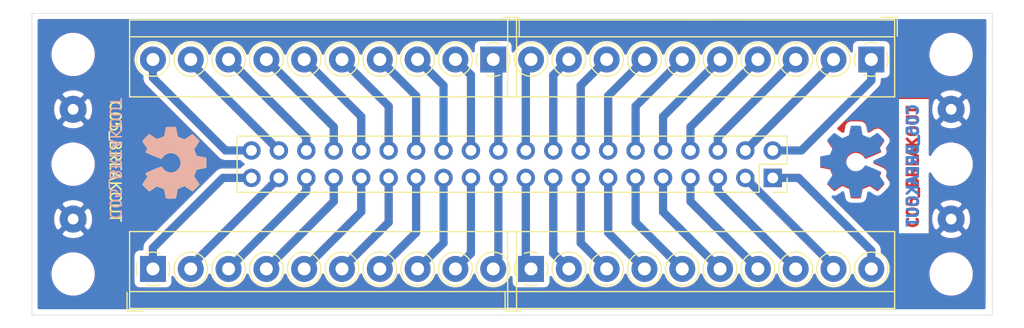
<source format=kicad_pcb>
(kicad_pcb (version 20171130) (host pcbnew 5.1.5-52549c5~86~ubuntu18.04.1)
  (title_block (title "C05 Backplate") (company Galopago))
  (layers (0 F.Cu signal) (31 B.Cu signal) (34 B.Paste user) (35 F.Paste user) (36 B.SilkS user) (37 F.SilkS user) (38 B.Mask user) (39 F.Mask user) (44 Edge.Cuts user))
  (net 0 "")
  (net 1 "Net-(J0-Pad1)")
  (net 2 "Net-(J4-Pad10)")
  (net 3 "Net-(J4-Pad9)")
  (net 4 "Net-(J4-Pad8)")
  (net 5 "Net-(J4-Pad7)")
  (net 6 "Net-(J4-Pad6)")
  (net 7 "Net-(J4-Pad5)")
  (net 8 "Net-(J4-Pad4)")
  (net 9 "Net-(J4-Pad3)")
  (net 10 "Net-(J4-Pad2)")
  (net 11 "Net-(J4-Pad1)")
  (net 12 "Net-(J5-Pad40)")
  (net 13 "Net-(J5-Pad39)")
  (net 14 "Net-(J5-Pad38)")
  (net 15 "Net-(J5-Pad37)")
  (net 16 "Net-(J5-Pad36)")
  (net 17 "Net-(J5-Pad35)")
  (net 18 "Net-(J5-Pad34)")
  (net 19 "Net-(J5-Pad33)")
  (net 20 "Net-(J5-Pad32)")
  (net 21 "Net-(J5-Pad31)")
  (net 22 "Net-(J5-Pad30)")
  (net 23 "Net-(J5-Pad29)")
  (net 24 "Net-(J5-Pad28)")
  (net 25 "Net-(J5-Pad27)")
  (net 26 "Net-(J5-Pad26)")
  (net 27 "Net-(J5-Pad25)")
  (net 28 "Net-(J5-Pad24)")
  (net 29 "Net-(J5-Pad23)")
  (net 30 "Net-(J5-Pad22)")
  (net 31 "Net-(J5-Pad21)")
  (net 32 "Net-(J5-Pad20)")
  (net 33 "Net-(J5-Pad18)")
  (net 34 "Net-(J5-Pad16)")
  (net 35 "Net-(J5-Pad14)")
  (net 36 "Net-(J5-Pad12)")
  (net 37 "Net-(J5-Pad10)")
  (net 38 "Net-(J5-Pad8)")
  (net 39 "Net-(J5-Pad6)")
  (net 40 "Net-(J5-Pad4)")
  (net 41 "Net-(J5-Pad2)")
  (module Symbol:OSHW-Symbol_6.7x6mm_Copper (layer B.Cu) (at 95.9612 33.7058 270)
    (fp_text reference REF** hide)
    (fp_text value OSHW-Symbol_6.7x6mm_Copper hide)
    (fp_poly (pts (xy 0.555814 2.531069) (xy 0.639635 2.086445) (xy 0.94892 1.958947) (xy 1.258206 1.831449) (xy 1.629246 2.083754) (xy 1.733157 2.154004) (xy 1.827087 2.216728) (xy 1.906652 2.269062) (xy 1.96747 2.308143) (xy 2.005157 2.331107) (xy 2.015421 2.336058) (xy 2.03391 2.323324) (xy 2.07342 2.288118) (xy 2.129522 2.234938) (xy 2.197787 2.168282) (xy 2.273786 2.092646) (xy 2.353092 2.012528) (xy 2.431275 1.932426) (xy 2.503907 1.856836) (xy 2.566559 1.790255) (xy 2.614803 1.737182) (xy 2.64421 1.702113) (xy 2.651241 1.690377) (xy 2.641123 1.66874) (xy 2.612759 1.621338) (xy 2.569129 1.552807) (xy 2.513218 1.467785) (xy 2.448006 1.370907) (xy 2.410219 1.31565) (xy 2.341343 1.214752) (xy 2.28014 1.123701) (xy 2.229578 1.04703) (xy 2.192628 0.989272) (xy 2.172258 0.954957) (xy 2.169197 0.947746) (xy 2.176136 0.927252) (xy 2.195051 0.879487) (xy 2.223087 0.811168) (xy 2.257391 0.729011) (xy 2.295109 0.63973) (xy 2.333387 0.550042) (xy 2.36937 0.466662) (xy 2.400206 0.396306) (xy 2.423039 0.34569) (xy 2.435017 0.321529) (xy 2.435724 0.320578) (xy 2.454531 0.315964) (xy 2.504618 0.305672) (xy 2.580793 0.290713) (xy 2.677865 0.272099) (xy 2.790643 0.250841) (xy 2.856442 0.238582) (xy 2.97695 0.215638) (xy 3.085797 0.193805) (xy 3.177476 0.174278) (xy 3.246481 0.158252) (xy 3.287304 0.146921) (xy 3.295511 0.143326) (xy 3.303548 0.118994) (xy 3.310033 0.064041) (xy 3.31497 -0.015108) (xy 3.318364 -0.112026) (xy 3.320218 -0.220287) (xy 3.320538 -0.333465) (xy 3.319327 -0.445135) (xy 3.31659 -0.548868) (xy 3.312331 -0.638241) (xy 3.306555 -0.706826) (xy 3.299267 -0.748197) (xy 3.294895 -0.75681) (xy 3.268764 -0.767133) (xy 3.213393 -0.781892) (xy 3.136107 -0.799352) (xy 3.04423 -0.81778) (xy 3.012158 -0.823741) (xy 2.857524 -0.852066) (xy 2.735375 -0.874876) (xy 2.641673 -0.89308) (xy 2.572384 -0.907583) (xy 2.523471 -0.919292) (xy 2.490897 -0.929115) (xy 2.470628 -0.937956) (xy 2.458626 -0.946724) (xy 2.456947 -0.948457) (xy 2.440184 -0.976371) (xy 2.414614 -1.030695) (xy 2.382788 -1.104777) (xy 2.34726 -1.191965) (xy 2.310583 -1.285608) (xy 2.275311 -1.379052) (xy 2.243996 -1.465647) (xy 2.219193 -1.53874) (xy 2.203454 -1.591678) (xy 2.199332 -1.617811) (xy 2.199676 -1.618726) (xy 2.213641 -1.640086) (xy 2.245322 -1.687084) (xy 2.291391 -1.754827) (xy 2.348518 -1.838423) (xy 2.413373 -1.932982) (xy 2.431843 -1.959854) (xy 2.497699 -2.057275) (xy 2.55565 -2.146163) (xy 2.602538 -2.221412) (xy 2.635207 -2.27792) (xy 2.6505 -2.310581) (xy 2.651241 -2.314593) (xy 2.638392 -2.335684) (xy 2.602888 -2.377464) (xy 2.549293 -2.435445) (xy 2.482171 -2.505135) (xy 2.406087 -2.582045) (xy 2.325604 -2.661683) (xy 2.245287 -2.739561) (xy 2.169699 -2.811186) (xy 2.103405 -2.87207) (xy 2.050969 -2.917721) (xy 2.016955 -2.94365) (xy 2.007545 -2.947883) (xy 1.985643 -2.937912) (xy 1.9408 -2.91102) (xy 1.880321 -2.871736) (xy 1.833789 -2.840117) (xy 1.749475 -2.782098) (xy 1.649626 -2.713784) (xy 1.549473 -2.645579) (xy 1.495627 -2.609075) (xy 1.313371 -2.4858) (xy 1.160381 -2.56852) (xy 1.090682 -2.604759) (xy 1.031414 -2.632926) (xy 0.991311 -2.648991) (xy 0.981103 -2.651226) (xy 0.968829 -2.634722) (xy 0.944613 -2.588082) (xy 0.910263 -2.515609) (xy 0.867588 -2.421606) (xy 0.818394 -2.310374) (xy 0.76449 -2.186215) (xy 0.707684 -2.053432) (xy 0.649782 -1.916327) (xy 0.592593 -1.779202) (xy 0.537924 -1.646358) (xy 0.487584 -1.522098) (xy 0.44338 -1.410725) (xy 0.407119 -1.316539) (xy 0.380609 -1.243844) (xy 0.365658 -1.196941) (xy 0.363254 -1.180833) (xy 0.382311 -1.160286) (xy 0.424036 -1.126933) (xy 0.479706 -1.087702) (xy 0.484378 -1.084599) (xy 0.628264 -0.969423) (xy 0.744283 -0.835053) (xy 0.83143 -0.685784) (xy 0.888699 -0.525913) (xy 0.915086 -0.359737) (xy 0.909585 -0.191552) (xy 0.87119 -0.025655) (xy 0.798895 0.133658) (xy 0.777626 0.168513) (xy 0.666996 0.309263) (xy 0.536302 0.422286) (xy 0.390064 0.506997) (xy 0.232808 0.562806) (xy 0.069057 0.589126) (xy -0.096667 0.58537) (xy -0.259838 0.55095) (xy -0.415935 0.485277) (xy -0.560433 0.387765) (xy -0.605131 0.348187) (xy -0.718888 0.224297) (xy -0.801782 0.093876) (xy -0.858644 -0.052315) (xy -0.890313 -0.197088) (xy -0.898131 -0.35986) (xy -0.872062 -0.52344) (xy -0.814755 -0.682298) (xy -0.728856 -0.830906) (xy -0.617014 -0.963735) (xy -0.481877 -1.075256) (xy -0.464117 -1.087011) (xy -0.40785 -1.125508) (xy -0.365077 -1.158863) (xy -0.344628 -1.18016) (xy -0.344331 -1.180833) (xy -0.348721 -1.203871) (xy -0.366124 -1.256157) (xy -0.394732 -1.33339) (xy -0.432735 -1.431268) (xy -0.478326 -1.545491) (xy -0.529697 -1.671758) (xy -0.585038 -1.805767) (xy -0.642542 -1.943218) (xy -0.700399 -2.079808) (xy -0.756802 -2.211237) (xy -0.809942 -2.333205) (xy -0.85801 -2.441409) (xy -0.899199 -2.531549) (xy -0.931699 -2.599323) (xy -0.953703 -2.64043) (xy -0.962564 -2.651226) (xy -0.98964 -2.642819) (xy -1.040303 -2.620272) (xy -1.105817 -2.587613) (xy -1.141841 -2.56852) (xy -1.294832 -2.4858) (xy -1.477088 -2.609075) (xy -1.570125 -2.672228) (xy -1.671985 -2.741727) (xy -1.767438 -2.807165) (xy -1.81525 -2.840117) (xy -1.882495 -2.885273) (xy -1.939436 -2.921057) (xy -1.978646 -2.942938) (xy -1.991381 -2.947563) (xy -2.009917 -2.935085) (xy -2.050941 -2.900252) (xy -2.110475 -2.846678) (xy -2.184542 -2.777983) (xy -2.269165 -2.697781) (xy -2.322685 -2.646286) (xy -2.416319 -2.554286) (xy -2.497241 -2.471999) (xy -2.562177 -2.402945) (xy -2.607858 -2.350644) (xy -2.631011 -2.318616) (xy -2.633232 -2.312116) (xy -2.622924 -2.287394) (xy -2.594439 -2.237405) (xy -2.550937 -2.167212) (xy -2.495577 -2.081875) (xy -2.43152 -1.986456) (xy -2.413303 -1.959854) (xy -2.346927 -1.863167) (xy -2.287378 -1.776117) (xy -2.237984 -1.703595) (xy -2.202075 -1.650493) (xy -2.182981 -1.621703) (xy -2.181136 -1.618726) (xy -2.183895 -1.595782) (xy -2.198538 -1.545336) (xy -2.222513 -1.474041) (xy -2.253266 -1.388547) (xy -2.288244 -1.295507) (xy -2.324893 -1.201574) (xy -2.360661 -1.113399) (xy -2.392994 -1.037634) (xy -2.419338 -0.980931) (xy -2.437142 -0.949943) (xy -2.438407 -0.948457) (xy -2.449294 -0.939601) (xy -2.467682 -0.930843) (xy -2.497606 -0.921277) (xy -2.543103 -0.909996) (xy -2.608209 -0.896093) (xy -2.696961 -0.878663) (xy -2.813393 -0.856798) (xy -2.961542 -0.829591) (xy -2.993618 -0.823741) (xy -3.088686 -0.805374) (xy -3.171565 -0.787405) (xy -3.23493 -0.771569) (xy -3.271458 -0.7596) (xy -3.276356 -0.75681) (xy -3.284427 -0.732072) (xy -3.290987 -0.67679) (xy -3.296033 -0.597389) (xy -3.299559 -0.500296) (xy -3.301561 -0.391938) (xy -3.302036 -0.27874) (xy -3.300977 -0.167128) (xy -3.298382 -0.063529) (xy -3.294246 0.025632) (xy -3.288563 0.093928) (xy -3.281331 0.134934) (xy -3.276971 0.143326) (xy -3.252698 0.151792) (xy -3.197426 0.165565) (xy -3.116662 0.18345) (xy -3.015912 0.204252) (xy -2.900683 0.226777) (xy -2.837902 0.238582) (xy -2.718787 0.260849) (xy -2.612565 0.281021) (xy -2.524427 0.298085) (xy -2.459566 0.311031) (xy -2.423174 0.318845) (xy -2.417184 0.320578) (xy -2.407061 0.34011) (xy -2.385662 0.387157) (xy -2.355839 0.454997) (xy -2.320445 0.536909) (xy -2.282332 0.626172) (xy -2.244353 0.716065) (xy -2.20936 0.799865) (xy -2.180206 0.870853) (xy -2.159743 0.922306) (xy -2.150823 0.947503) (xy -2.150657 0.948604) (xy -2.160769 0.968481) (xy -2.189117 1.014223) (xy -2.232723 1.081283) (xy -2.288606 1.165116) (xy -2.353787 1.261174) (xy -2.391679 1.31635) (xy -2.460725 1.417519) (xy -2.52205 1.50937) (xy -2.572663 1.587256) (xy -2.609571 1.646531) (xy -2.629782 1.682549) (xy -2.632701 1.690623) (xy -2.620153 1.709416) (xy -2.585463 1.749543) (xy -2.533063 1.806507) (xy -2.467384 1.875815) (xy -2.392856 1.952969) (xy -2.313913 2.033475) (xy -2.234983 2.112837) (xy -2.1605 2.18656) (xy -2.094894 2.250148) (xy -2.042596 2.299106) (xy -2.008039 2.328939) (xy -1.996478 2.336058) (xy -1.977654 2.326047) (xy -1.932631 2.297922) (xy -1.865787 2.254546) (xy -1.781499 2.198782) (xy -1.684144 2.133494) (xy -1.610707 2.083754) (xy -1.239667 1.831449) (xy -0.621095 2.086445) (xy -0.537275 2.531069) (xy -0.453454 2.975693) (xy 0.471994 2.975693) (xy 0.555814 2.531069)) (layer B.Cu) (width 0.01))
  )
  (module Symbol:OSHW-Symbol_6.7x6mm_Copper (layer F.Cu) (at 95.9612 33.8328 90)
    (fp_text reference REF** hide)
    (fp_text value OSHW-Symbol_6.7x6mm_Copper hide)
    (fp_poly (pts (xy 0.555814 -2.531069) (xy 0.639635 -2.086445) (xy 0.94892 -1.958947) (xy 1.258206 -1.831449) (xy 1.629246 -2.083754) (xy 1.733157 -2.154004) (xy 1.827087 -2.216728) (xy 1.906652 -2.269062) (xy 1.96747 -2.308143) (xy 2.005157 -2.331107) (xy 2.015421 -2.336058) (xy 2.03391 -2.323324) (xy 2.07342 -2.288118) (xy 2.129522 -2.234938) (xy 2.197787 -2.168282) (xy 2.273786 -2.092646) (xy 2.353092 -2.012528) (xy 2.431275 -1.932426) (xy 2.503907 -1.856836) (xy 2.566559 -1.790255) (xy 2.614803 -1.737182) (xy 2.64421 -1.702113) (xy 2.651241 -1.690377) (xy 2.641123 -1.66874) (xy 2.612759 -1.621338) (xy 2.569129 -1.552807) (xy 2.513218 -1.467785) (xy 2.448006 -1.370907) (xy 2.410219 -1.31565) (xy 2.341343 -1.214752) (xy 2.28014 -1.123701) (xy 2.229578 -1.04703) (xy 2.192628 -0.989272) (xy 2.172258 -0.954957) (xy 2.169197 -0.947746) (xy 2.176136 -0.927252) (xy 2.195051 -0.879487) (xy 2.223087 -0.811168) (xy 2.257391 -0.729011) (xy 2.295109 -0.63973) (xy 2.333387 -0.550042) (xy 2.36937 -0.466662) (xy 2.400206 -0.396306) (xy 2.423039 -0.34569) (xy 2.435017 -0.321529) (xy 2.435724 -0.320578) (xy 2.454531 -0.315964) (xy 2.504618 -0.305672) (xy 2.580793 -0.290713) (xy 2.677865 -0.272099) (xy 2.790643 -0.250841) (xy 2.856442 -0.238582) (xy 2.97695 -0.215638) (xy 3.085797 -0.193805) (xy 3.177476 -0.174278) (xy 3.246481 -0.158252) (xy 3.287304 -0.146921) (xy 3.295511 -0.143326) (xy 3.303548 -0.118994) (xy 3.310033 -0.064041) (xy 3.31497 0.015108) (xy 3.318364 0.112026) (xy 3.320218 0.220287) (xy 3.320538 0.333465) (xy 3.319327 0.445135) (xy 3.31659 0.548868) (xy 3.312331 0.638241) (xy 3.306555 0.706826) (xy 3.299267 0.748197) (xy 3.294895 0.75681) (xy 3.268764 0.767133) (xy 3.213393 0.781892) (xy 3.136107 0.799352) (xy 3.04423 0.81778) (xy 3.012158 0.823741) (xy 2.857524 0.852066) (xy 2.735375 0.874876) (xy 2.641673 0.89308) (xy 2.572384 0.907583) (xy 2.523471 0.919292) (xy 2.490897 0.929115) (xy 2.470628 0.937956) (xy 2.458626 0.946724) (xy 2.456947 0.948457) (xy 2.440184 0.976371) (xy 2.414614 1.030695) (xy 2.382788 1.104777) (xy 2.34726 1.191965) (xy 2.310583 1.285608) (xy 2.275311 1.379052) (xy 2.243996 1.465647) (xy 2.219193 1.53874) (xy 2.203454 1.591678) (xy 2.199332 1.617811) (xy 2.199676 1.618726) (xy 2.213641 1.640086) (xy 2.245322 1.687084) (xy 2.291391 1.754827) (xy 2.348518 1.838423) (xy 2.413373 1.932982) (xy 2.431843 1.959854) (xy 2.497699 2.057275) (xy 2.55565 2.146163) (xy 2.602538 2.221412) (xy 2.635207 2.27792) (xy 2.6505 2.310581) (xy 2.651241 2.314593) (xy 2.638392 2.335684) (xy 2.602888 2.377464) (xy 2.549293 2.435445) (xy 2.482171 2.505135) (xy 2.406087 2.582045) (xy 2.325604 2.661683) (xy 2.245287 2.739561) (xy 2.169699 2.811186) (xy 2.103405 2.87207) (xy 2.050969 2.917721) (xy 2.016955 2.94365) (xy 2.007545 2.947883) (xy 1.985643 2.937912) (xy 1.9408 2.91102) (xy 1.880321 2.871736) (xy 1.833789 2.840117) (xy 1.749475 2.782098) (xy 1.649626 2.713784) (xy 1.549473 2.645579) (xy 1.495627 2.609075) (xy 1.313371 2.4858) (xy 1.160381 2.56852) (xy 1.090682 2.604759) (xy 1.031414 2.632926) (xy 0.991311 2.648991) (xy 0.981103 2.651226) (xy 0.968829 2.634722) (xy 0.944613 2.588082) (xy 0.910263 2.515609) (xy 0.867588 2.421606) (xy 0.818394 2.310374) (xy 0.76449 2.186215) (xy 0.707684 2.053432) (xy 0.649782 1.916327) (xy 0.592593 1.779202) (xy 0.537924 1.646358) (xy 0.487584 1.522098) (xy 0.44338 1.410725) (xy 0.407119 1.316539) (xy 0.380609 1.243844) (xy 0.365658 1.196941) (xy 0.363254 1.180833) (xy 0.382311 1.160286) (xy 0.424036 1.126933) (xy 0.479706 1.087702) (xy 0.484378 1.084599) (xy 0.628264 0.969423) (xy 0.744283 0.835053) (xy 0.83143 0.685784) (xy 0.888699 0.525913) (xy 0.915086 0.359737) (xy 0.909585 0.191552) (xy 0.87119 0.025655) (xy 0.798895 -0.133658) (xy 0.777626 -0.168513) (xy 0.666996 -0.309263) (xy 0.536302 -0.422286) (xy 0.390064 -0.506997) (xy 0.232808 -0.562806) (xy 0.069057 -0.589126) (xy -0.096667 -0.58537) (xy -0.259838 -0.55095) (xy -0.415935 -0.485277) (xy -0.560433 -0.387765) (xy -0.605131 -0.348187) (xy -0.718888 -0.224297) (xy -0.801782 -0.093876) (xy -0.858644 0.052315) (xy -0.890313 0.197088) (xy -0.898131 0.35986) (xy -0.872062 0.52344) (xy -0.814755 0.682298) (xy -0.728856 0.830906) (xy -0.617014 0.963735) (xy -0.481877 1.075256) (xy -0.464117 1.087011) (xy -0.40785 1.125508) (xy -0.365077 1.158863) (xy -0.344628 1.18016) (xy -0.344331 1.180833) (xy -0.348721 1.203871) (xy -0.366124 1.256157) (xy -0.394732 1.33339) (xy -0.432735 1.431268) (xy -0.478326 1.545491) (xy -0.529697 1.671758) (xy -0.585038 1.805767) (xy -0.642542 1.943218) (xy -0.700399 2.079808) (xy -0.756802 2.211237) (xy -0.809942 2.333205) (xy -0.85801 2.441409) (xy -0.899199 2.531549) (xy -0.931699 2.599323) (xy -0.953703 2.64043) (xy -0.962564 2.651226) (xy -0.98964 2.642819) (xy -1.040303 2.620272) (xy -1.105817 2.587613) (xy -1.141841 2.56852) (xy -1.294832 2.4858) (xy -1.477088 2.609075) (xy -1.570125 2.672228) (xy -1.671985 2.741727) (xy -1.767438 2.807165) (xy -1.81525 2.840117) (xy -1.882495 2.885273) (xy -1.939436 2.921057) (xy -1.978646 2.942938) (xy -1.991381 2.947563) (xy -2.009917 2.935085) (xy -2.050941 2.900252) (xy -2.110475 2.846678) (xy -2.184542 2.777983) (xy -2.269165 2.697781) (xy -2.322685 2.646286) (xy -2.416319 2.554286) (xy -2.497241 2.471999) (xy -2.562177 2.402945) (xy -2.607858 2.350644) (xy -2.631011 2.318616) (xy -2.633232 2.312116) (xy -2.622924 2.287394) (xy -2.594439 2.237405) (xy -2.550937 2.167212) (xy -2.495577 2.081875) (xy -2.43152 1.986456) (xy -2.413303 1.959854) (xy -2.346927 1.863167) (xy -2.287378 1.776117) (xy -2.237984 1.703595) (xy -2.202075 1.650493) (xy -2.182981 1.621703) (xy -2.181136 1.618726) (xy -2.183895 1.595782) (xy -2.198538 1.545336) (xy -2.222513 1.474041) (xy -2.253266 1.388547) (xy -2.288244 1.295507) (xy -2.324893 1.201574) (xy -2.360661 1.113399) (xy -2.392994 1.037634) (xy -2.419338 0.980931) (xy -2.437142 0.949943) (xy -2.438407 0.948457) (xy -2.449294 0.939601) (xy -2.467682 0.930843) (xy -2.497606 0.921277) (xy -2.543103 0.909996) (xy -2.608209 0.896093) (xy -2.696961 0.878663) (xy -2.813393 0.856798) (xy -2.961542 0.829591) (xy -2.993618 0.823741) (xy -3.088686 0.805374) (xy -3.171565 0.787405) (xy -3.23493 0.771569) (xy -3.271458 0.7596) (xy -3.276356 0.75681) (xy -3.284427 0.732072) (xy -3.290987 0.67679) (xy -3.296033 0.597389) (xy -3.299559 0.500296) (xy -3.301561 0.391938) (xy -3.302036 0.27874) (xy -3.300977 0.167128) (xy -3.298382 0.063529) (xy -3.294246 -0.025632) (xy -3.288563 -0.093928) (xy -3.281331 -0.134934) (xy -3.276971 -0.143326) (xy -3.252698 -0.151792) (xy -3.197426 -0.165565) (xy -3.116662 -0.18345) (xy -3.015912 -0.204252) (xy -2.900683 -0.226777) (xy -2.837902 -0.238582) (xy -2.718787 -0.260849) (xy -2.612565 -0.281021) (xy -2.524427 -0.298085) (xy -2.459566 -0.311031) (xy -2.423174 -0.318845) (xy -2.417184 -0.320578) (xy -2.407061 -0.34011) (xy -2.385662 -0.387157) (xy -2.355839 -0.454997) (xy -2.320445 -0.536909) (xy -2.282332 -0.626172) (xy -2.244353 -0.716065) (xy -2.20936 -0.799865) (xy -2.180206 -0.870853) (xy -2.159743 -0.922306) (xy -2.150823 -0.947503) (xy -2.150657 -0.948604) (xy -2.160769 -0.968481) (xy -2.189117 -1.014223) (xy -2.232723 -1.081283) (xy -2.288606 -1.165116) (xy -2.353787 -1.261174) (xy -2.391679 -1.31635) (xy -2.460725 -1.417519) (xy -2.52205 -1.50937) (xy -2.572663 -1.587256) (xy -2.609571 -1.646531) (xy -2.629782 -1.682549) (xy -2.632701 -1.690623) (xy -2.620153 -1.709416) (xy -2.585463 -1.749543) (xy -2.533063 -1.806507) (xy -2.467384 -1.875815) (xy -2.392856 -1.952969) (xy -2.313913 -2.033475) (xy -2.234983 -2.112837) (xy -2.1605 -2.18656) (xy -2.094894 -2.250148) (xy -2.042596 -2.299106) (xy -2.008039 -2.328939) (xy -1.996478 -2.336058) (xy -1.977654 -2.326047) (xy -1.932631 -2.297922) (xy -1.865787 -2.254546) (xy -1.781499 -2.198782) (xy -1.684144 -2.133494) (xy -1.610707 -2.083754) (xy -1.239667 -1.831449) (xy -0.621095 -2.086445) (xy -0.537275 -2.531069) (xy -0.453454 -2.975693) (xy 0.471994 -2.975693) (xy 0.555814 -2.531069)) (layer F.Cu) (width 0.01))
  )
  (module Symbol:OSHW-Symbol_6.7x6mm_SilkScreen (layer B.Cu) (at 33.1724 33.8328 90)
    (fp_text reference REF** hide)
    (fp_text value OSHW-Symbol_6.7x6mm_SilkScreen hide)
  )
  (module Symbol:OSHW-Symbol_6.7x6mm_SilkScreen (layer F.Cu) (at 33.1724 33.8328 270)
    (fp_text reference REF** hide)
    (fp_text value OSHW-Symbol_6.7x6mm_SilkScreen hide)
  )
  (module TerminalBlock_4Ucon:TerminalBlock_4Ucon_1x10_P3.50mm_Horizontal (layer F.Cu) (at 62.7 24.2774 180)
    (fp_text reference J8 hide)
    (fp_text value Conn_01x10_Female)
    (pad 10 thru_hole circle (at 31.5 0 180) (size 2.4 2.4) (drill 1.2) (layers *.Cu *.Mask) (net 12 "Net-(J5-Pad40)"))
    (pad 9 thru_hole circle (at 28 0 180) (size 2.4 2.4) (drill 1.2) (layers *.Cu *.Mask) (net 14 "Net-(J5-Pad38)"))
    (pad 8 thru_hole circle (at 24.5 0 180) (size 2.4 2.4) (drill 1.2) (layers *.Cu *.Mask) (net 16 "Net-(J5-Pad36)"))
    (pad 7 thru_hole circle (at 21 0 180) (size 2.4 2.4) (drill 1.2) (layers *.Cu *.Mask) (net 18 "Net-(J5-Pad34)"))
    (pad 6 thru_hole circle (at 17.5 0 180) (size 2.4 2.4) (drill 1.2) (layers *.Cu *.Mask) (net 20 "Net-(J5-Pad32)"))
    (pad 5 thru_hole circle (at 14 0 180) (size 2.4 2.4) (drill 1.2) (layers *.Cu *.Mask) (net 22 "Net-(J5-Pad30)"))
    (pad 4 thru_hole circle (at 10.5 0 180) (size 2.4 2.4) (drill 1.2) (layers *.Cu *.Mask) (net 24 "Net-(J5-Pad28)"))
    (pad 3 thru_hole circle (at 7 0 180) (size 2.4 2.4) (drill 1.2) (layers *.Cu *.Mask) (net 26 "Net-(J5-Pad26)"))
    (pad 2 thru_hole circle (at 3.5 0 180) (size 2.4 2.4) (drill 1.2) (layers *.Cu *.Mask) (net 28 "Net-(J5-Pad24)"))
    (pad 1 thru_hole rect (at 0 0 180) (size 2.4 2.4) (drill 1.2) (layers *.Cu *.Mask) (net 30 "Net-(J5-Pad22)"))
  )
  (module TerminalBlock_4Ucon:TerminalBlock_4Ucon_1x10_P3.50mm_Horizontal (layer F.Cu) (at 97.7 24.2774 180)
    (fp_text reference J7 hide)
    (fp_text value Conn_01x10_Female)
    (pad 10 thru_hole circle (at 31.5 0 180) (size 2.4 2.4) (drill 1.2) (layers *.Cu *.Mask) (net 32 "Net-(J5-Pad20)"))
    (pad 9 thru_hole circle (at 28 0 180) (size 2.4 2.4) (drill 1.2) (layers *.Cu *.Mask) (net 33 "Net-(J5-Pad18)"))
    (pad 8 thru_hole circle (at 24.5 0 180) (size 2.4 2.4) (drill 1.2) (layers *.Cu *.Mask) (net 34 "Net-(J5-Pad16)"))
    (pad 7 thru_hole circle (at 21 0 180) (size 2.4 2.4) (drill 1.2) (layers *.Cu *.Mask) (net 35 "Net-(J5-Pad14)"))
    (pad 6 thru_hole circle (at 17.5 0 180) (size 2.4 2.4) (drill 1.2) (layers *.Cu *.Mask) (net 36 "Net-(J5-Pad12)"))
    (pad 5 thru_hole circle (at 14 0 180) (size 2.4 2.4) (drill 1.2) (layers *.Cu *.Mask) (net 37 "Net-(J5-Pad10)"))
    (pad 4 thru_hole circle (at 10.5 0 180) (size 2.4 2.4) (drill 1.2) (layers *.Cu *.Mask) (net 38 "Net-(J5-Pad8)"))
    (pad 3 thru_hole circle (at 7 0 180) (size 2.4 2.4) (drill 1.2) (layers *.Cu *.Mask) (net 39 "Net-(J5-Pad6)"))
    (pad 2 thru_hole circle (at 3.5 0 180) (size 2.4 2.4) (drill 1.2) (layers *.Cu *.Mask) (net 40 "Net-(J5-Pad4)"))
    (pad 1 thru_hole rect (at 0 0 180) (size 2.4 2.4) (drill 1.2) (layers *.Cu *.Mask) (net 41 "Net-(J5-Pad2)"))
  )
  (module TerminalBlock_4Ucon:TerminalBlock_4Ucon_1x10_P3.50mm_Horizontal (layer F.Cu) (at 31.2 43.6626)
    (fp_text reference J6 hide)
    (fp_text value Conn_01x10_Female)
    (pad 10 thru_hole circle (at 31.5 0) (size 2.4 2.4) (drill 1.2) (layers *.Cu *.Mask) (net 31 "Net-(J5-Pad21)"))
    (pad 9 thru_hole circle (at 28 0) (size 2.4 2.4) (drill 1.2) (layers *.Cu *.Mask) (net 29 "Net-(J5-Pad23)"))
    (pad 8 thru_hole circle (at 24.5 0) (size 2.4 2.4) (drill 1.2) (layers *.Cu *.Mask) (net 27 "Net-(J5-Pad25)"))
    (pad 7 thru_hole circle (at 21 0) (size 2.4 2.4) (drill 1.2) (layers *.Cu *.Mask) (net 25 "Net-(J5-Pad27)"))
    (pad 6 thru_hole circle (at 17.5 0) (size 2.4 2.4) (drill 1.2) (layers *.Cu *.Mask) (net 23 "Net-(J5-Pad29)"))
    (pad 5 thru_hole circle (at 14 0) (size 2.4 2.4) (drill 1.2) (layers *.Cu *.Mask) (net 21 "Net-(J5-Pad31)"))
    (pad 4 thru_hole circle (at 10.5 0) (size 2.4 2.4) (drill 1.2) (layers *.Cu *.Mask) (net 19 "Net-(J5-Pad33)"))
    (pad 3 thru_hole circle (at 7 0) (size 2.4 2.4) (drill 1.2) (layers *.Cu *.Mask) (net 17 "Net-(J5-Pad35)"))
    (pad 2 thru_hole circle (at 3.5 0) (size 2.4 2.4) (drill 1.2) (layers *.Cu *.Mask) (net 15 "Net-(J5-Pad37)"))
    (pad 1 thru_hole rect (at 0 0) (size 2.4 2.4) (drill 1.2) (layers *.Cu *.Mask) (net 13 "Net-(J5-Pad39)"))
  )
  (module Connector_PinSocket_2.54mm:PinSocket_2x20_P2.54mm_Vertical (layer F.Cu) (at 88.58 35.24 270)
    (fp_text reference J5 hide)
    (fp_text value Conn_02x20_Odd_Even)
    (pad 40 thru_hole oval (at -2.54 48.26 270) (size 1.7 1.7) (drill 1) (layers *.Cu *.Mask) (net 12 "Net-(J5-Pad40)"))
    (pad 39 thru_hole oval (at 0 48.26 270) (size 1.7 1.7) (drill 1) (layers *.Cu *.Mask) (net 13 "Net-(J5-Pad39)"))
    (pad 38 thru_hole oval (at -2.54 45.72 270) (size 1.7 1.7) (drill 1) (layers *.Cu *.Mask) (net 14 "Net-(J5-Pad38)"))
    (pad 37 thru_hole oval (at 0 45.72 270) (size 1.7 1.7) (drill 1) (layers *.Cu *.Mask) (net 15 "Net-(J5-Pad37)"))
    (pad 36 thru_hole oval (at -2.54 43.18 270) (size 1.7 1.7) (drill 1) (layers *.Cu *.Mask) (net 16 "Net-(J5-Pad36)"))
    (pad 35 thru_hole oval (at 0 43.18 270) (size 1.7 1.7) (drill 1) (layers *.Cu *.Mask) (net 17 "Net-(J5-Pad35)"))
    (pad 34 thru_hole oval (at -2.54 40.64 270) (size 1.7 1.7) (drill 1) (layers *.Cu *.Mask) (net 18 "Net-(J5-Pad34)"))
    (pad 33 thru_hole oval (at 0 40.64 270) (size 1.7 1.7) (drill 1) (layers *.Cu *.Mask) (net 19 "Net-(J5-Pad33)"))
    (pad 32 thru_hole oval (at -2.54 38.1 270) (size 1.7 1.7) (drill 1) (layers *.Cu *.Mask) (net 20 "Net-(J5-Pad32)"))
    (pad 31 thru_hole oval (at 0 38.1 270) (size 1.7 1.7) (drill 1) (layers *.Cu *.Mask) (net 21 "Net-(J5-Pad31)"))
    (pad 30 thru_hole oval (at -2.54 35.56 270) (size 1.7 1.7) (drill 1) (layers *.Cu *.Mask) (net 22 "Net-(J5-Pad30)"))
    (pad 29 thru_hole oval (at 0 35.56 270) (size 1.7 1.7) (drill 1) (layers *.Cu *.Mask) (net 23 "Net-(J5-Pad29)"))
    (pad 28 thru_hole oval (at -2.54 33.02 270) (size 1.7 1.7) (drill 1) (layers *.Cu *.Mask) (net 24 "Net-(J5-Pad28)"))
    (pad 27 thru_hole oval (at 0 33.02 270) (size 1.7 1.7) (drill 1) (layers *.Cu *.Mask) (net 25 "Net-(J5-Pad27)"))
    (pad 26 thru_hole oval (at -2.54 30.48 270) (size 1.7 1.7) (drill 1) (layers *.Cu *.Mask) (net 26 "Net-(J5-Pad26)"))
    (pad 25 thru_hole oval (at 0 30.48 270) (size 1.7 1.7) (drill 1) (layers *.Cu *.Mask) (net 27 "Net-(J5-Pad25)"))
    (pad 24 thru_hole oval (at -2.54 27.94 270) (size 1.7 1.7) (drill 1) (layers *.Cu *.Mask) (net 28 "Net-(J5-Pad24)"))
    (pad 23 thru_hole oval (at 0 27.94 270) (size 1.7 1.7) (drill 1) (layers *.Cu *.Mask) (net 29 "Net-(J5-Pad23)"))
    (pad 22 thru_hole oval (at -2.54 25.4 270) (size 1.7 1.7) (drill 1) (layers *.Cu *.Mask) (net 30 "Net-(J5-Pad22)"))
    (pad 21 thru_hole oval (at 0 25.4 270) (size 1.7 1.7) (drill 1) (layers *.Cu *.Mask) (net 31 "Net-(J5-Pad21)"))
    (pad 20 thru_hole oval (at -2.54 22.86 270) (size 1.7 1.7) (drill 1) (layers *.Cu *.Mask) (net 32 "Net-(J5-Pad20)"))
    (pad 19 thru_hole oval (at 0 22.86 270) (size 1.7 1.7) (drill 1) (layers *.Cu *.Mask) (net 11 "Net-(J4-Pad1)"))
    (pad 18 thru_hole oval (at -2.54 20.32 270) (size 1.7 1.7) (drill 1) (layers *.Cu *.Mask) (net 33 "Net-(J5-Pad18)"))
    (pad 17 thru_hole oval (at 0 20.32 270) (size 1.7 1.7) (drill 1) (layers *.Cu *.Mask) (net 10 "Net-(J4-Pad2)"))
    (pad 16 thru_hole oval (at -2.54 17.78 270) (size 1.7 1.7) (drill 1) (layers *.Cu *.Mask) (net 34 "Net-(J5-Pad16)"))
    (pad 15 thru_hole oval (at 0 17.78 270) (size 1.7 1.7) (drill 1) (layers *.Cu *.Mask) (net 9 "Net-(J4-Pad3)"))
    (pad 14 thru_hole oval (at -2.54 15.24 270) (size 1.7 1.7) (drill 1) (layers *.Cu *.Mask) (net 35 "Net-(J5-Pad14)"))
    (pad 13 thru_hole oval (at 0 15.24 270) (size 1.7 1.7) (drill 1) (layers *.Cu *.Mask) (net 8 "Net-(J4-Pad4)"))
    (pad 12 thru_hole oval (at -2.54 12.7 270) (size 1.7 1.7) (drill 1) (layers *.Cu *.Mask) (net 36 "Net-(J5-Pad12)"))
    (pad 11 thru_hole oval (at 0 12.7 270) (size 1.7 1.7) (drill 1) (layers *.Cu *.Mask) (net 7 "Net-(J4-Pad5)"))
    (pad 10 thru_hole oval (at -2.54 10.16 270) (size 1.7 1.7) (drill 1) (layers *.Cu *.Mask) (net 37 "Net-(J5-Pad10)"))
    (pad 9 thru_hole oval (at 0 10.16 270) (size 1.7 1.7) (drill 1) (layers *.Cu *.Mask) (net 6 "Net-(J4-Pad6)"))
    (pad 8 thru_hole oval (at -2.54 7.62 270) (size 1.7 1.7) (drill 1) (layers *.Cu *.Mask) (net 38 "Net-(J5-Pad8)"))
    (pad 7 thru_hole oval (at 0 7.62 270) (size 1.7 1.7) (drill 1) (layers *.Cu *.Mask) (net 5 "Net-(J4-Pad7)"))
    (pad 6 thru_hole oval (at -2.54 5.08 270) (size 1.7 1.7) (drill 1) (layers *.Cu *.Mask) (net 39 "Net-(J5-Pad6)"))
    (pad 5 thru_hole oval (at 0 5.08 270) (size 1.7 1.7) (drill 1) (layers *.Cu *.Mask) (net 4 "Net-(J4-Pad8)"))
    (pad 4 thru_hole oval (at -2.54 2.54 270) (size 1.7 1.7) (drill 1) (layers *.Cu *.Mask) (net 40 "Net-(J5-Pad4)"))
    (pad 3 thru_hole oval (at 0 2.54 270) (size 1.7 1.7) (drill 1) (layers *.Cu *.Mask) (net 3 "Net-(J4-Pad9)"))
    (pad 2 thru_hole oval (at -2.54 0 270) (size 1.7 1.7) (drill 1) (layers *.Cu *.Mask) (net 41 "Net-(J5-Pad2)"))
    (pad 1 thru_hole rect (at 0 0 270) (size 1.7 1.7) (drill 1) (layers *.Cu *.Mask) (net 2 "Net-(J4-Pad10)"))
  )
  (module TerminalBlock_4Ucon:TerminalBlock_4Ucon_1x10_P3.50mm_Horizontal (layer F.Cu) (at 66.2 43.6626)
    (fp_text reference J4 hide)
    (fp_text value Conn_01x10_Female)
    (pad 10 thru_hole circle (at 31.5 0) (size 2.4 2.4) (drill 1.2) (layers *.Cu *.Mask) (net 2 "Net-(J4-Pad10)"))
    (pad 9 thru_hole circle (at 28 0) (size 2.4 2.4) (drill 1.2) (layers *.Cu *.Mask) (net 3 "Net-(J4-Pad9)"))
    (pad 8 thru_hole circle (at 24.5 0) (size 2.4 2.4) (drill 1.2) (layers *.Cu *.Mask) (net 4 "Net-(J4-Pad8)"))
    (pad 7 thru_hole circle (at 21 0) (size 2.4 2.4) (drill 1.2) (layers *.Cu *.Mask) (net 5 "Net-(J4-Pad7)"))
    (pad 6 thru_hole circle (at 17.5 0) (size 2.4 2.4) (drill 1.2) (layers *.Cu *.Mask) (net 6 "Net-(J4-Pad6)"))
    (pad 5 thru_hole circle (at 14 0) (size 2.4 2.4) (drill 1.2) (layers *.Cu *.Mask) (net 7 "Net-(J4-Pad5)"))
    (pad 4 thru_hole circle (at 10.5 0) (size 2.4 2.4) (drill 1.2) (layers *.Cu *.Mask) (net 8 "Net-(J4-Pad4)"))
    (pad 3 thru_hole circle (at 7 0) (size 2.4 2.4) (drill 1.2) (layers *.Cu *.Mask) (net 9 "Net-(J4-Pad3)"))
    (pad 2 thru_hole circle (at 3.5 0) (size 2.4 2.4) (drill 1.2) (layers *.Cu *.Mask) (net 10 "Net-(J4-Pad2)"))
    (pad 1 thru_hole rect (at 0 0) (size 2.4 2.4) (drill 1.2) (layers *.Cu *.Mask) (net 11 "Net-(J4-Pad1)"))
  )
  (module Connector_Wire:SolderWirePad_1x01_Drill1mm (layer F.Cu) (at 105.09 39.05)
    (fp_text reference J3 hide)
    (fp_text value Conn_01x01_Male)
    (pad 1 thru_hole circle (at 0 0) (size 2.49936 2.49936) (drill 1.00076) (layers *.Cu *.Mask) (net 1 "Net-(J0-Pad1)"))
  )
  (module Connector_Wire:SolderWirePad_1x01_Drill1mm (layer F.Cu) (at 105.09 28.89)
    (fp_text reference J2 hide)
    (fp_text value Conn_01x01_Male)
    (pad 1 thru_hole circle (at 0 0) (size 2.49936 2.49936) (drill 1.00076) (layers *.Cu *.Mask) (net 1 "Net-(J0-Pad1)"))
  )
  (module Connector_Wire:SolderWirePad_1x01_Drill1mm (layer F.Cu) (at 23.81 28.89)
    (fp_text reference J1 hide)
    (fp_text value Conn_01x01_Male)
    (pad 1 thru_hole circle (at 0 0) (size 2.49936 2.49936) (drill 1.00076) (layers *.Cu *.Mask) (net 1 "Net-(J0-Pad1)"))
  )
  (module Connector_Wire:SolderWirePad_1x01_Drill1mm (layer F.Cu) (at 23.81 39.05)
    (fp_text reference J0 hide)
    (fp_text value Conn_01x01_Male)
    (pad 1 thru_hole circle (at 0 0) (size 2.49936 2.49936) (drill 1.00076) (layers *.Cu *.Mask) (net 1 "Net-(J0-Pad1)"))
  )
  (module MountingHole:MountingHole_3mm (layer F.Cu) (at 105.09 44.13)
    (fp_text reference HC8 hide)
    (fp_text value MountingHole)
    (pad 1 np_thru_hole circle (at 0 0) (size 3 3) (drill 3) (layers *.Cu *.Mask))
  )
  (module MountingHole:MountingHole_3mm (layer F.Cu) (at 23.81 44.13)
    (fp_text reference HC0 hide)
    (fp_text value MountingHole)
    (pad 1 np_thru_hole circle (at 0 0) (size 3 3) (drill 3) (layers *.Cu *.Mask))
  )
  (module MountingHole:MountingHole_3mm (layer F.Cu) (at 105.09 33.97)
    (fp_text reference HB8 hide)
    (fp_text value MountingHole)
    (pad 1 np_thru_hole circle (at 0 0) (size 3 3) (drill 3) (layers *.Cu *.Mask))
  )
  (module MountingHole:MountingHole_3mm (layer F.Cu) (at 23.81 33.97)
    (fp_text reference HB0 hide)
    (fp_text value MountingHole)
    (pad 1 np_thru_hole circle (at 0 0) (size 3 3) (drill 3) (layers *.Cu *.Mask))
  )
  (module MountingHole:MountingHole_3mm (layer F.Cu) (at 105.09 23.81)
    (fp_text reference HA8 hide)
    (fp_text value MountingHole)
    (pad 1 np_thru_hole circle (at 0 0) (size 3 3) (drill 3) (layers *.Cu *.Mask))
  )
  (module MountingHole:MountingHole_3mm (layer F.Cu) (at 23.81 23.81)
    (fp_text reference HA0 hide)
    (fp_text value MountingHole)
    (pad 1 np_thru_hole circle (at 0 0) (size 3 3) (drill 3) (layers *.Cu *.Mask))
  )
  (gr_text C05_BREAKOUT (at 101.5492 34.0868 90) (layer B.Cu) (effects (font (size 1 1) (thickness 0.25)) (justify mirror)))
  (gr_text C05_BREAKOUT (at 101.5492 34.2138 90) (layer F.Cu) (effects (font (size 1 1) (thickness 0.25))))
  (gr_text C05_BREAKOUT (at 27.7114 33.4518 -90) (layer B.SilkS) (effects (font (size 1 1)) (justify mirror)))
  (gr_text C05_BREAKOUT (at 27.7114 33.7058 -90) (layer F.SilkS) (effects (font (size 1 1))))
  (gr_line (start 108.9 20) (end 108.9 47.94) (layer Edge.Cuts) (width 0.05))
  (gr_line (start 20 47.94) (end 108.9 47.94) (layer Edge.Cuts) (width 0.05))
  (gr_line (start 20 20) (end 108.9 20) (layer Edge.Cuts) (width 0.05))
  (gr_line (start 20 20) (end 20 47.94) (layer Edge.Cuts) (width 0.05))
  (segment (start 90.18 35.24) (end 88.58 35.24) (width 0.75) (layer F.Cu) (net 2))
  (segment (start 90.974456 35.24) (end 90.18 35.24) (width 0.75) (layer F.Cu) (net 2))
  (segment (start 97.7 43.6626) (end 97.7 41.965544) (width 0.75) (layer F.Cu) (net 2))
  (segment (start 97.7 41.965544) (end 90.974456 35.24) (width 0.75) (layer F.Cu) (net 2))
  (segment (start 90.18 35.24) (end 88.58 35.24) (width 0.75) (layer B.Cu) (net 2))
  (segment (start 90.974456 35.24) (end 90.18 35.24) (width 0.75) (layer B.Cu) (net 2))
  (segment (start 97.7 43.6626) (end 97.7 41.965544) (width 0.75) (layer B.Cu) (net 2))
  (segment (start 97.7 41.965544) (end 90.974456 35.24) (width 0.75) (layer B.Cu) (net 2))
  (segment (start 94.2 43.4) (end 94.2 43.6626) (width 0.75) (layer F.Cu) (net 3))
  (segment (start 86.04 35.24) (end 94.2 43.4) (width 0.75) (layer F.Cu) (net 3))
  (segment (start 94.2 43.4) (end 94.2 43.6626) (width 0.75) (layer B.Cu) (net 3))
  (segment (start 86.04 35.24) (end 94.2 43.4) (width 0.75) (layer B.Cu) (net 3))
  (segment (start 83.5 36.4626) (end 90.7 43.6626) (width 0.75) (layer F.Cu) (net 4))
  (segment (start 83.5 35.24) (end 83.5 36.4626) (width 0.75) (layer F.Cu) (net 4))
  (segment (start 83.5 36.4626) (end 90.7 43.6626) (width 0.75) (layer B.Cu) (net 4))
  (segment (start 83.5 35.24) (end 83.5 36.4626) (width 0.75) (layer B.Cu) (net 4))
  (segment (start 80.96 37.4226) (end 87.2 43.6626) (width 0.75) (layer F.Cu) (net 5))
  (segment (start 80.96 35.24) (end 80.96 37.4226) (width 0.75) (layer F.Cu) (net 5))
  (segment (start 80.96 37.4226) (end 87.2 43.6626) (width 0.75) (layer B.Cu) (net 5))
  (segment (start 80.96 35.24) (end 80.96 37.4226) (width 0.75) (layer B.Cu) (net 5))
  (segment (start 78.42 38.3826) (end 83.7 43.6626) (width 0.75) (layer F.Cu) (net 6))
  (segment (start 78.42 35.24) (end 78.42 38.3826) (width 0.75) (layer F.Cu) (net 6))
  (segment (start 78.42 38.3826) (end 83.7 43.6626) (width 0.75) (layer B.Cu) (net 6))
  (segment (start 78.42 35.24) (end 78.42 38.3826) (width 0.75) (layer B.Cu) (net 6))
  (segment (start 75.88 39.3426) (end 80.2 43.6626) (width 0.75) (layer F.Cu) (net 7))
  (segment (start 75.88 35.24) (end 75.88 39.3426) (width 0.75) (layer F.Cu) (net 7))
  (segment (start 75.88 39.3426) (end 80.2 43.6626) (width 0.75) (layer B.Cu) (net 7))
  (segment (start 75.88 35.24) (end 75.88 39.3426) (width 0.75) (layer B.Cu) (net 7))
  (segment (start 73.34 40.3026) (end 76.7 43.6626) (width 0.75) (layer F.Cu) (net 8))
  (segment (start 73.34 35.24) (end 73.34 40.3026) (width 0.75) (layer F.Cu) (net 8))
  (segment (start 73.34 40.3026) (end 76.7 43.6626) (width 0.75) (layer B.Cu) (net 8))
  (segment (start 73.34 35.24) (end 73.34 40.3026) (width 0.75) (layer B.Cu) (net 8))
  (segment (start 70.8 41.2626) (end 73.2 43.6626) (width 0.75) (layer F.Cu) (net 9))
  (segment (start 70.8 35.24) (end 70.8 41.2626) (width 0.75) (layer F.Cu) (net 9))
  (segment (start 70.8 41.2626) (end 73.2 43.6626) (width 0.75) (layer B.Cu) (net 9))
  (segment (start 70.8 35.24) (end 70.8 41.2626) (width 0.75) (layer B.Cu) (net 9))
  (segment (start 68.26 42.2226) (end 69.7 43.6626) (width 0.75) (layer F.Cu) (net 10))
  (segment (start 68.26 35.24) (end 68.26 42.2226) (width 0.75) (layer F.Cu) (net 10))
  (segment (start 68.26 42.2226) (end 69.7 43.6626) (width 0.75) (layer B.Cu) (net 10))
  (segment (start 68.26 35.24) (end 68.26 42.2226) (width 0.75) (layer B.Cu) (net 10))
  (segment (start 65.72 43.1826) (end 66.2 43.6626) (width 0.75) (layer F.Cu) (net 11))
  (segment (start 65.72 35.24) (end 65.72 43.1826) (width 0.75) (layer F.Cu) (net 11))
  (segment (start 65.72 43.1826) (end 66.2 43.6626) (width 0.75) (layer B.Cu) (net 11))
  (segment (start 65.72 35.24) (end 65.72 43.1826) (width 0.75) (layer B.Cu) (net 11))
  (segment (start 39.117919 32.7) (end 40.32 32.7) (width 0.75) (layer F.Cu) (net 12))
  (segment (start 37.925544 32.7) (end 39.117919 32.7) (width 0.75) (layer F.Cu) (net 12))
  (segment (start 31.2 24.2774) (end 31.2 25.974456) (width 0.75) (layer F.Cu) (net 12))
  (segment (start 31.2 25.974456) (end 37.925544 32.7) (width 0.75) (layer F.Cu) (net 12))
  (segment (start 39.117919 32.7) (end 40.32 32.7) (width 0.75) (layer B.Cu) (net 12))
  (segment (start 37.925544 32.7) (end 39.117919 32.7) (width 0.75) (layer B.Cu) (net 12))
  (segment (start 31.2 24.2774) (end 31.2 25.974456) (width 0.75) (layer B.Cu) (net 12))
  (segment (start 31.2 25.974456) (end 37.925544 32.7) (width 0.75) (layer B.Cu) (net 12))
  (segment (start 39.117919 35.24) (end 40.32 35.24) (width 0.75) (layer F.Cu) (net 13))
  (segment (start 37.6726 35.24) (end 39.117919 35.24) (width 0.75) (layer F.Cu) (net 13))
  (segment (start 31.2 43.6626) (end 31.2 41.7126) (width 0.75) (layer F.Cu) (net 13))
  (segment (start 31.2 41.7126) (end 37.6726 35.24) (width 0.75) (layer F.Cu) (net 13))
  (segment (start 39.117919 35.24) (end 40.32 35.24) (width 0.75) (layer B.Cu) (net 13))
  (segment (start 37.6726 35.24) (end 39.117919 35.24) (width 0.75) (layer B.Cu) (net 13))
  (segment (start 31.2 43.6626) (end 31.2 41.7126) (width 0.75) (layer B.Cu) (net 13))
  (segment (start 31.2 41.7126) (end 37.6726 35.24) (width 0.75) (layer B.Cu) (net 13))
  (segment (start 34.7 24.54) (end 34.7 24.2774) (width 0.75) (layer F.Cu) (net 14))
  (segment (start 42.86 32.7) (end 34.7 24.54) (width 0.75) (layer F.Cu) (net 14))
  (segment (start 34.7 24.54) (end 34.7 24.2774) (width 0.75) (layer B.Cu) (net 14))
  (segment (start 42.86 32.7) (end 34.7 24.54) (width 0.75) (layer B.Cu) (net 14))
  (segment (start 34.7 43.4) (end 34.7 43.6626) (width 0.75) (layer F.Cu) (net 15))
  (segment (start 42.86 35.24) (end 34.7 43.4) (width 0.75) (layer F.Cu) (net 15))
  (segment (start 34.7 43.4) (end 34.7 43.6626) (width 0.75) (layer B.Cu) (net 15))
  (segment (start 42.86 35.24) (end 34.7 43.4) (width 0.75) (layer B.Cu) (net 15))
  (segment (start 45.4 31.4774) (end 38.2 24.2774) (width 0.75) (layer F.Cu) (net 16))
  (segment (start 45.4 32.7) (end 45.4 31.4774) (width 0.75) (layer F.Cu) (net 16))
  (segment (start 45.4 31.4774) (end 38.2 24.2774) (width 0.75) (layer B.Cu) (net 16))
  (segment (start 45.4 32.7) (end 45.4 31.4774) (width 0.75) (layer B.Cu) (net 16))
  (segment (start 45.4 36.4626) (end 38.2 43.6626) (width 0.75) (layer F.Cu) (net 17))
  (segment (start 45.4 35.24) (end 45.4 36.4626) (width 0.75) (layer F.Cu) (net 17))
  (segment (start 45.4 36.4626) (end 38.2 43.6626) (width 0.75) (layer B.Cu) (net 17))
  (segment (start 45.4 35.24) (end 45.4 36.4626) (width 0.75) (layer B.Cu) (net 17))
  (segment (start 47.94 30.5174) (end 41.7 24.2774) (width 0.75) (layer F.Cu) (net 18))
  (segment (start 47.94 32.7) (end 47.94 30.5174) (width 0.75) (layer F.Cu) (net 18))
  (segment (start 47.94 30.5174) (end 41.7 24.2774) (width 0.75) (layer B.Cu) (net 18))
  (segment (start 47.94 32.7) (end 47.94 30.5174) (width 0.75) (layer B.Cu) (net 18))
  (segment (start 47.94 37.4226) (end 41.7 43.6626) (width 0.75) (layer F.Cu) (net 19))
  (segment (start 47.94 35.24) (end 47.94 37.4226) (width 0.75) (layer F.Cu) (net 19))
  (segment (start 47.94 37.4226) (end 41.7 43.6626) (width 0.75) (layer B.Cu) (net 19))
  (segment (start 47.94 35.24) (end 47.94 37.4226) (width 0.75) (layer B.Cu) (net 19))
  (segment (start 50.48 29.5574) (end 45.2 24.2774) (width 0.75) (layer F.Cu) (net 20))
  (segment (start 50.48 32.7) (end 50.48 29.5574) (width 0.75) (layer F.Cu) (net 20))
  (segment (start 50.48 29.5574) (end 45.2 24.2774) (width 0.75) (layer B.Cu) (net 20))
  (segment (start 50.48 32.7) (end 50.48 29.5574) (width 0.75) (layer B.Cu) (net 20))
  (segment (start 50.48 38.3826) (end 45.2 43.6626) (width 0.75) (layer F.Cu) (net 21))
  (segment (start 50.48 35.24) (end 50.48 38.3826) (width 0.75) (layer F.Cu) (net 21))
  (segment (start 50.48 38.3826) (end 45.2 43.6626) (width 0.75) (layer B.Cu) (net 21))
  (segment (start 50.48 35.24) (end 50.48 38.3826) (width 0.75) (layer B.Cu) (net 21))
  (segment (start 53.02 28.5974) (end 48.7 24.2774) (width 0.75) (layer F.Cu) (net 22))
  (segment (start 53.02 32.7) (end 53.02 28.5974) (width 0.75) (layer F.Cu) (net 22))
  (segment (start 53.02 28.5974) (end 48.7 24.2774) (width 0.75) (layer B.Cu) (net 22))
  (segment (start 53.02 32.7) (end 53.02 28.5974) (width 0.75) (layer B.Cu) (net 22))
  (segment (start 53.02 39.3426) (end 48.7 43.6626) (width 0.75) (layer F.Cu) (net 23))
  (segment (start 53.02 35.24) (end 53.02 39.3426) (width 0.75) (layer F.Cu) (net 23))
  (segment (start 53.02 39.3426) (end 48.7 43.6626) (width 0.75) (layer B.Cu) (net 23))
  (segment (start 53.02 35.24) (end 53.02 39.3426) (width 0.75) (layer B.Cu) (net 23))
  (segment (start 55.56 27.6374) (end 52.2 24.2774) (width 0.75) (layer F.Cu) (net 24))
  (segment (start 55.56 32.7) (end 55.56 27.6374) (width 0.75) (layer F.Cu) (net 24))
  (segment (start 55.56 27.6374) (end 52.2 24.2774) (width 0.75) (layer B.Cu) (net 24))
  (segment (start 55.56 32.7) (end 55.56 27.6374) (width 0.75) (layer B.Cu) (net 24))
  (segment (start 55.56 40.3026) (end 52.2 43.6626) (width 0.75) (layer F.Cu) (net 25))
  (segment (start 55.56 35.24) (end 55.56 40.3026) (width 0.75) (layer F.Cu) (net 25))
  (segment (start 55.56 40.3026) (end 52.2 43.6626) (width 0.75) (layer B.Cu) (net 25))
  (segment (start 55.56 35.24) (end 55.56 40.3026) (width 0.75) (layer B.Cu) (net 25))
  (segment (start 58.1 26.6774) (end 55.7 24.2774) (width 0.75) (layer F.Cu) (net 26))
  (segment (start 58.1 32.7) (end 58.1 26.6774) (width 0.75) (layer F.Cu) (net 26))
  (segment (start 58.1 26.6774) (end 55.7 24.2774) (width 0.75) (layer B.Cu) (net 26))
  (segment (start 58.1 32.7) (end 58.1 26.6774) (width 0.75) (layer B.Cu) (net 26))
  (segment (start 58.1 41.2626) (end 55.7 43.6626) (width 0.75) (layer F.Cu) (net 27))
  (segment (start 58.1 35.24) (end 58.1 41.2626) (width 0.75) (layer F.Cu) (net 27))
  (segment (start 58.1 41.2626) (end 55.7 43.6626) (width 0.75) (layer B.Cu) (net 27))
  (segment (start 58.1 35.24) (end 58.1 41.2626) (width 0.75) (layer B.Cu) (net 27))
  (segment (start 60.64 25.7174) (end 59.2 24.2774) (width 0.75) (layer F.Cu) (net 28))
  (segment (start 60.64 32.7) (end 60.64 25.7174) (width 0.75) (layer F.Cu) (net 28))
  (segment (start 60.64 25.7174) (end 59.2 24.2774) (width 0.75) (layer B.Cu) (net 28))
  (segment (start 60.64 32.7) (end 60.64 25.7174) (width 0.75) (layer B.Cu) (net 28))
  (segment (start 60.64 42.2226) (end 59.2 43.6626) (width 0.75) (layer F.Cu) (net 29))
  (segment (start 60.64 35.24) (end 60.64 42.2226) (width 0.75) (layer F.Cu) (net 29))
  (segment (start 60.64 42.2226) (end 59.2 43.6626) (width 0.75) (layer B.Cu) (net 29))
  (segment (start 60.64 35.24) (end 60.64 42.2226) (width 0.75) (layer B.Cu) (net 29))
  (segment (start 63.18 24.7574) (end 62.7 24.2774) (width 0.75) (layer F.Cu) (net 30))
  (segment (start 63.18 32.7) (end 63.18 24.7574) (width 0.75) (layer F.Cu) (net 30))
  (segment (start 63.18 24.7574) (end 62.7 24.2774) (width 0.75) (layer B.Cu) (net 30))
  (segment (start 63.18 32.7) (end 63.18 24.7574) (width 0.75) (layer B.Cu) (net 30))
  (segment (start 63.18 43.1826) (end 62.7 43.6626) (width 0.75) (layer F.Cu) (net 31))
  (segment (start 63.18 35.24) (end 63.18 43.1826) (width 0.75) (layer F.Cu) (net 31))
  (segment (start 63.18 43.1826) (end 62.7 43.6626) (width 0.75) (layer B.Cu) (net 31))
  (segment (start 63.18 35.24) (end 63.18 43.1826) (width 0.75) (layer B.Cu) (net 31))
  (segment (start 65.72 24.7574) (end 66.2 24.2774) (width 0.75) (layer F.Cu) (net 32))
  (segment (start 65.72 32.7) (end 65.72 24.7574) (width 0.75) (layer F.Cu) (net 32))
  (segment (start 65.72 24.7574) (end 66.2 24.2774) (width 0.75) (layer B.Cu) (net 32))
  (segment (start 65.72 32.7) (end 65.72 24.7574) (width 0.75) (layer B.Cu) (net 32))
  (segment (start 68.26 25.7174) (end 69.7 24.2774) (width 0.75) (layer F.Cu) (net 33))
  (segment (start 68.26 32.7) (end 68.26 25.7174) (width 0.75) (layer F.Cu) (net 33))
  (segment (start 68.26 25.7174) (end 69.7 24.2774) (width 0.75) (layer B.Cu) (net 33))
  (segment (start 68.26 32.7) (end 68.26 25.7174) (width 0.75) (layer B.Cu) (net 33))
  (segment (start 70.8 26.6774) (end 73.2 24.2774) (width 0.75) (layer F.Cu) (net 34))
  (segment (start 70.8 32.7) (end 70.8 26.6774) (width 0.75) (layer F.Cu) (net 34))
  (segment (start 70.8 26.6774) (end 73.2 24.2774) (width 0.75) (layer B.Cu) (net 34))
  (segment (start 70.8 32.7) (end 70.8 26.6774) (width 0.75) (layer B.Cu) (net 34))
  (segment (start 73.34 27.6374) (end 76.7 24.2774) (width 0.75) (layer F.Cu) (net 35))
  (segment (start 73.34 32.7) (end 73.34 27.6374) (width 0.75) (layer F.Cu) (net 35))
  (segment (start 73.34 27.6374) (end 76.7 24.2774) (width 0.75) (layer B.Cu) (net 35))
  (segment (start 73.34 32.7) (end 73.34 27.6374) (width 0.75) (layer B.Cu) (net 35))
  (segment (start 75.88 28.5974) (end 80.2 24.2774) (width 0.75) (layer F.Cu) (net 36))
  (segment (start 75.88 32.7) (end 75.88 28.5974) (width 0.75) (layer F.Cu) (net 36))
  (segment (start 75.88 28.5974) (end 80.2 24.2774) (width 0.75) (layer B.Cu) (net 36))
  (segment (start 75.88 32.7) (end 75.88 28.5974) (width 0.75) (layer B.Cu) (net 36))
  (segment (start 78.42 29.5574) (end 83.7 24.2774) (width 0.75) (layer F.Cu) (net 37))
  (segment (start 78.42 32.7) (end 78.42 29.5574) (width 0.75) (layer F.Cu) (net 37))
  (segment (start 78.42 29.5574) (end 83.7 24.2774) (width 0.75) (layer B.Cu) (net 37))
  (segment (start 78.42 32.7) (end 78.42 29.5574) (width 0.75) (layer B.Cu) (net 37))
  (segment (start 80.96 30.5174) (end 87.2 24.2774) (width 0.75) (layer F.Cu) (net 38))
  (segment (start 80.96 32.7) (end 80.96 30.5174) (width 0.75) (layer F.Cu) (net 38))
  (segment (start 80.96 30.5174) (end 87.2 24.2774) (width 0.75) (layer B.Cu) (net 38))
  (segment (start 80.96 32.7) (end 80.96 30.5174) (width 0.75) (layer B.Cu) (net 38))
  (segment (start 83.5 31.4774) (end 90.7 24.2774) (width 0.75) (layer F.Cu) (net 39))
  (segment (start 83.5 32.7) (end 83.5 31.4774) (width 0.75) (layer F.Cu) (net 39))
  (segment (start 83.5 31.4774) (end 90.7 24.2774) (width 0.75) (layer B.Cu) (net 39))
  (segment (start 83.5 32.7) (end 83.5 31.4774) (width 0.75) (layer B.Cu) (net 39))
  (segment (start 94.2 24.54) (end 94.2 24.2774) (width 0.75) (layer F.Cu) (net 40))
  (segment (start 86.04 32.7) (end 94.2 24.54) (width 0.75) (layer F.Cu) (net 40))
  (segment (start 94.2 24.54) (end 94.2 24.2774) (width 0.75) (layer B.Cu) (net 40))
  (segment (start 86.04 32.7) (end 94.2 24.54) (width 0.75) (layer B.Cu) (net 40))
  (segment (start 89.782081 32.7) (end 88.58 32.7) (width 0.75) (layer F.Cu) (net 41))
  (segment (start 91.2274 32.7) (end 89.782081 32.7) (width 0.75) (layer F.Cu) (net 41))
  (segment (start 97.7 24.2774) (end 97.7 26.2274) (width 0.75) (layer F.Cu) (net 41))
  (segment (start 97.7 26.2274) (end 91.2274 32.7) (width 0.75) (layer F.Cu) (net 41))
  (segment (start 89.782081 32.7) (end 88.58 32.7) (width 0.75) (layer B.Cu) (net 41))
  (segment (start 91.2274 32.7) (end 89.782081 32.7) (width 0.75) (layer B.Cu) (net 41))
  (segment (start 97.7 24.2774) (end 97.7 26.2274) (width 0.75) (layer B.Cu) (net 41))
  (segment (start 97.7 26.2274) (end 91.2274 32.7) (width 0.75) (layer B.Cu) (net 41))
  (zone (net 1) (net_name "Net-(J0-Pad1)") (layer F.Cu) (connect_pads (clearance 0.508)) (min_thickness 0.254) (fill yes (arc_segments 32) (thermal_gap 0.508) (thermal_bridge_width 0.508))
    (polygon (pts (xy 108.331 20.574) (xy 108.2294 47.371) (xy 20.5232 47.371) (xy 20.4978 20.4724)))
  )
  (zone (net 1) (net_name "Net-(J0-Pad1)") (layer B.Cu) (connect_pads (clearance 0.508)) (min_thickness 0.254) (fill yes (arc_segments 32) (thermal_gap 0.508) (thermal_bridge_width 0.508))
    (polygon (pts (xy 108.2802 47.3964) (xy 20.5232 47.3964) (xy 20.4978 20.5232) (xy 108.3564 20.5232)))
  )
)
</source>
